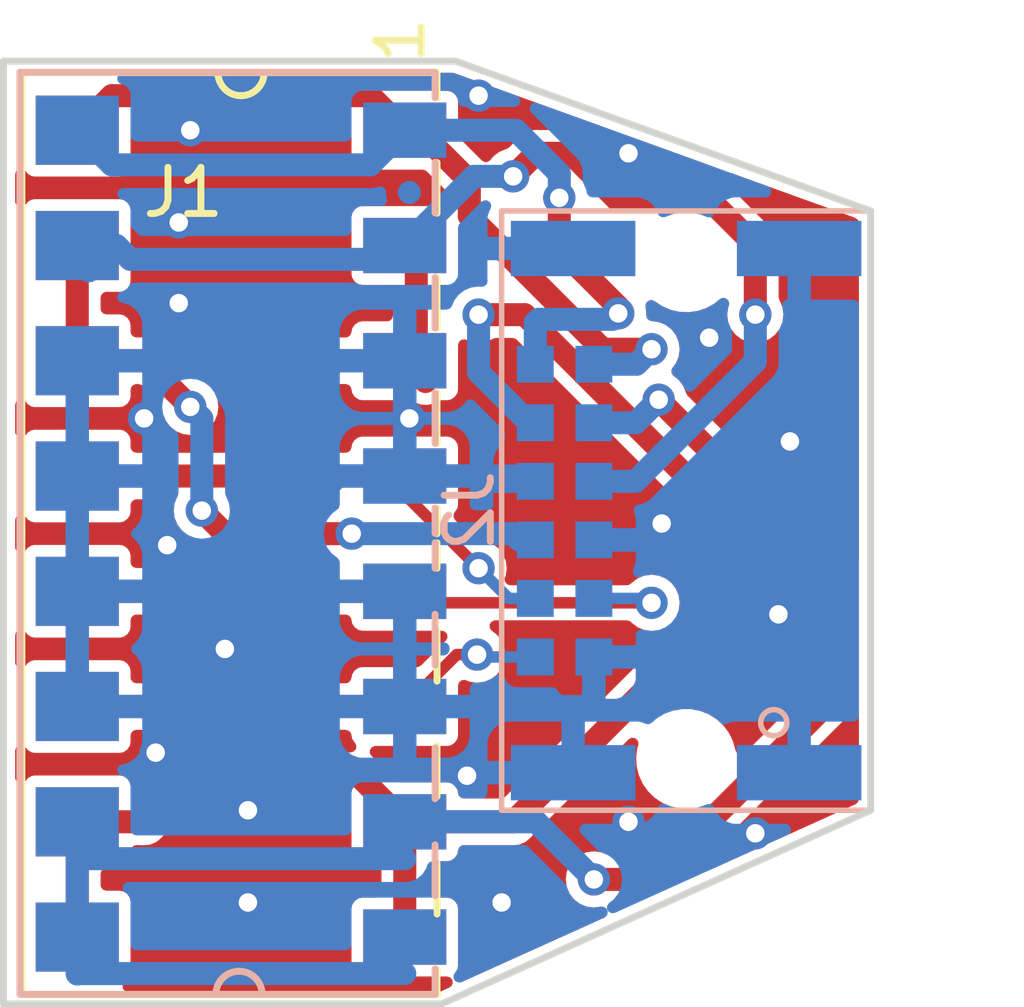
<source format=kicad_pcb>
(kicad_pcb (version 20211014) (generator pcbnew)
  (layers (0 "F.Cu" signal) (31 "B.Cu" signal) (34 "B.Paste" user) (35 "F.Paste" user) (36 "B.SilkS" user "B.Silkscreen") (37 "F.SilkS" user "F.Silkscreen") (38 "B.Mask" user) (39 "F.Mask" user) (44 "Edge.Cuts" user))
  (net 0 "")
  (net 1 "/KNX")
  (net 2 "/KNXGND")
  (net 3 "/12V")
  (net 4 "/GND")
  (net 5 "/GNDPWR")
  (net 6 "/24V")
  (net 7 "/Bus2")
  (net 8 "/Bus1")
  (net 9 "/Bus3")
  (net 10 "/5V")
  (footprint "localstuff:Moat_16_2side" (layer "F.Cu") (at 24.4 52 -90)
    (fp_text reference "J1" (at -7.7 1.3) (layer "F.SilkS"))
    (fp_text value "Moat_Bus_16")
    (fp_text user "1" (at -11 -3.4 90) (layer "F.SilkS"))
    (fp_line (start -3.357933 -4.156824) (end -2.257933 -4.156824) (layer "B.SilkS") (width 0.15))
    (fp_line (start -10.307933 -4.156824) (end -9.757933 -4.156824) (layer "B.SilkS") (width 0.15))
    (fp_line (start 1.45 -4.156824) (end 2.55 -4.156824) (layer "B.SilkS") (width 0.15))
    (fp_line (start -0.307933 4.843176) (end -10.307933 4.843176) (layer "B.SilkS") (width 0.15))
    (fp_line (start 9.692067 -4.156824) (end 9.692067 4.843176) (layer "B.SilkS") (width 0.15))
    (fp_line (start -0.307933 -4.156824) (end -0.857933 -4.156824) (layer "B.SilkS") (width 0.15))
    (fp_line (start -5.857933 -4.156824) (end -4.757933 -4.156824) (layer "B.SilkS") (width 0.15))
    (fp_line (start 6.45 -4.156824) (end 7.55 -4.156824) (layer "B.SilkS") (width 0.15))
    (fp_line (start 9.692067 -4.156824) (end 9.142067 -4.156824) (layer "B.SilkS") (width 0.15))
    (fp_line (start -10.307933 4.843176) (end -10.307933 -4.156824) (layer "B.SilkS") (width 0.15))
    (fp_line (start -8.357933 -4.156824) (end -7.257933 -4.156824) (layer "B.SilkS") (width 0.15))
    (fp_line (start -0.1 -4.156824) (end 0.45 -4.156824) (layer "B.SilkS") (width 0.15))
    (fp_line (start 9.692067 4.843176) (end -0.307933 4.843176) (layer "B.SilkS") (width 0.15))
    (fp_line (start 4.35 -4.156824) (end 5.45 -4.156824) (layer "B.SilkS") (width 0.15))
    (fp_arc (start 9.692067 0.593176) (mid 9.338514 0.446729) (end 9.192067 0.093176) (layer "B.SilkS") (width 0.15))
    (fp_arc (start 9.192067 0.093176) (mid 9.338514 -0.260377) (end 9.692067 -0.406824) (layer "B.SilkS") (width 0.15))
    (fp_line (start -0.3 4.8) (end 9.7 4.8) (layer "F.SilkS") (width 0.15))
    (fp_line (start -4.75 -4.2) (end -5.85 -4.2) (layer "F.SilkS") (width 0.15))
    (fp_line (start -7.25 -4.2) (end -8.35 -4.2) (layer "F.SilkS") (width 0.15))
    (fp_line (start 9.7 4.8) (end 9.7 -4.2) (layer "F.SilkS") (width 0.15))
    (fp_line (start 2.9 -4.2) (end 1.8 -4.2) (layer "F.SilkS") (width 0.15))
    (fp_line (start 7.95 -4.2) (end 6.85 -4.2) (layer "F.SilkS") (width 0.15))
    (fp_line (start 5.4 -4.2) (end 4.3 -4.2) (layer "F.SilkS") (width 0.15))
    (fp_line (start -0.3 -4.2) (end -0.85 -4.2) (layer "F.SilkS") (width 0.15))
    (fp_line (start -0.1 -4.2) (end 0.45 -4.2) (layer "F.SilkS") (width 0.15))
    (fp_line (start -2.25 -4.2) (end -3.35 -4.2) (layer "F.SilkS") (width 0.15))
    (fp_line (start -10.3 -4.2) (end -9.75 -4.2) (layer "F.SilkS") (width 0.15))
    (fp_line (start 9.7 -4.2) (end 9.15 -4.2) (layer "F.SilkS") (width 0.15))
    (fp_line (start -10.3 4.8) (end -0.3 4.8) (layer "F.SilkS") (width 0.15))
    (fp_line (start -10.3 -4.2) (end -10.3 4.8) (layer "F.SilkS") (width 0.15))
    (fp_arc (start -9.8 0.05) (mid -9.946447 0.403553) (end -10.3 0.55) (layer "F.SilkS") (width 0.15))
    (fp_arc (start -10.3 -0.45) (mid -9.946447 -0.303553) (end -9.8 0.05) (layer "F.SilkS") (width 0.15))
    (pad "1" smd rect (at -9.05 3.6 270) (size 1.5 1.8) (layers "F.Cu" "F.Paste" "F.Mask") (net 1 "/KNX"))
    (pad "1" smd rect (at -9.05 -3.5 270) (size 1.2 1.8) (layers "F.Cu" "F.Paste" "F.Mask") (net 1 "/KNX"))
    (pad "2" smd rect (at -9.05 3.6 90) (size 1.5 1.8) (layers "B.Cu" "B.Paste" "B.Mask") (net 2 "/KNXGND"))
    (pad "2" smd rect (at -9.05 -3.5 90) (size 1.2 1.8) (layers "B.Cu" "B.Paste" "B.Mask") (net 2 "/KNXGND"))
    (pad "3" smd rect (at -6.55 -3.5 270) (size 1.2 1.8) (layers "F.Cu" "F.Paste" "F.Mask") (net 10 "/5V"))
    (pad "3" smd rect (at -6.55 3.6 270) (size 1.5 1.8) (layers "F.Cu" "F.Paste" "F.Mask") (net 10 "/5V"))
    (pad "4" smd rect (at -6.55 3.6 90) (size 1.5 1.8) (layers "B.Cu" "B.Paste" "B.Mask") (net 3 "/12V"))
    (pad "4" smd rect (at -6.55 -3.5 90) (size 1.2 1.8) (layers "B.Cu" "B.Paste" "B.Mask") (net 3 "/12V"))
    (pad "5" smd rect (at -4.05 -3.5 270) (size 1.2 1.8) (layers "F.Cu" "F.Paste" "F.Mask") (net 10 "/5V"))
    (pad "5" smd rect (at -4.05 3.6 270) (size 1.5 1.8) (layers "F.Cu" "F.Paste" "F.Mask") (net 10 "/5V"))
    (pad "6" smd rect (at -4.05 -3.5 90) (size 1.2 1.8) (layers "B.Cu" "B.Paste" "B.Mask") (net 4 "/GND"))
    (pad "6" smd rect (at -4.05 3.6 90) (size 1.5 1.8) (layers "B.Cu" "B.Paste" "B.Mask") (net 4 "/GND"))
    (pad "7" smd rect (at -1.55 3.6 270) (size 1.5 1.8) (layers "F.Cu" "F.Paste" "F.Mask") (net 9 "/Bus3"))
    (pad "7" smd rect (at -1.55 -3.5 270) (size 1.2 1.8) (layers "F.Cu" "F.Paste" "F.Mask") (net 9 "/Bus3"))
    (pad "8" smd rect (at -1.55 -3.5 90) (size 1.2 1.8) (layers "B.Cu" "B.Paste" "B.Mask") (net 4 "/GND"))
    (pad "8" smd rect (at -1.55 3.6 90) (size 1.5 1.8) (layers "B.Cu" "B.Paste" "B.Mask") (net 4 "/GND"))
    (pad "9" smd rect (at 0.95 3.6 270) (size 1.5 1.8) (layers "F.Cu" "F.Paste" "F.Mask") (net 7 "/Bus2"))
    (pad "9" smd rect (at 0.95 -3.5 270) (size 1.2 1.8) (layers "F.Cu" "F.Paste" "F.Mask") (net 7 "/Bus2"))
    (pad "10" smd rect (at 0.95 3.6 90) (size 1.5 1.8) (layers "B.Cu" "B.Paste" "B.Mask") (net 4 "/GND"))
    (pad "10" smd rect (at 0.95 -3.5 90) (size 1.2 1.8) (layers "B.Cu" "B.Paste" "B.Mask") (net 4 "/GND"))
    (pad "11" smd rect (at 3.45 3.6 270) (size 1.5 1.8) (layers "F.Cu" "F.Paste" "F.Mask") (net 8 "/Bus1"))
    (pad "11" smd rect (at 3.45 -3.5 270) (size 1.2 1.8) (layers "F.Cu" "F.Paste" "F.Mask") (net 8 "/Bus1"))
    (pad "12" smd rect (at 3.45 3.6 90) (size 1.5 1.8) (layers "B.Cu" "B.Paste" "B.Mask") (net 4 "/GND"))
    (pad "12" smd rect (at 3.45 -3.5 90) (size 1.2 1.8) (layers "B.Cu" "B.Paste" "B.Mask") (net 4 "/GND"))
    (pad "13" smd rect (at 5.95 3.6 270) (size 1.5 1.8) (layers "F.Cu" "F.Paste" "F.Mask") (net 6 "/24V"))
    (pad "13" smd rect (at 5.95 -3.5 270) (size 1.2 1.8) (layers "F.Cu" "F.Paste" "F.Mask") (net 6 "/24V"))
    (pad "14" smd rect (at 5.95 -3.5 90) (size 1.2 1.8) (layers "B.Cu" "B.Paste" "B.Mask") (net 5 "/GNDPWR"))
    (pad "14" smd rect (at 5.95 3.6 90) (size 1.5 1.8) (layers "B.Cu" "B.Paste" "B.Mask") (net 5 "/GNDPWR"))
    (pad "15" smd rect (at 8.45 3.6 270) (size 1.5 1.8) (layers "F.Cu" "F.Paste" "F.Mask") (net 6 "/24V"))
    (pad "15" smd rect (at 8.45 -3.5 270) (size 1.2 1.8) (layers "F.Cu" "F.Paste" "F.Mask") (net 6 "/24V"))
    (pad "16" smd rect (at 8.45 3.6 90) (size 1.5 1.8) (layers "B.Cu" "B.Paste" "B.Mask") (net 5 "/GNDPWR"))
    (pad "16" smd rect (at 8.45 -3.5 90) (size 1.2 1.8) (layers "B.Cu" "B.Paste" "B.Mask") (net 5 "/GNDPWR"))
  )
  (footprint "localstuff:MoaT_12_Pin_H" (layer "B.Cu") (at 34 51.2 -90)
    (fp_text reference "J2" (at 0 4.7 90) (layer "B.SilkS") (effects (justify mirror)))
    (fp_text value "Moat_Wire_12")
    (fp_line (start -6.5 4) (end 6.5 4) (layer "B.SilkS") (width 0.12))
    (fp_line (start 6.5 -4) (end 6.5 4) (layer "B.SilkS") (width 0.12))
    (fp_line (start 6.5 -4) (end -6.5 -4) (layer "B.SilkS") (width 0.12))
    (fp_line (start -6.5 -4) (end -6.5 4) (layer "B.SilkS") (width 0.12))
    (fp_circle (center 4.6 -1.9) (end 4.4 -2.1) (layer "B.SilkS") (width 0.12) (fill none))
    (pad "" smd rect (at 5.685 -2.45) (size 2.7 1.2) (layers "B.Cu" "B.Paste" "B.Mask"))
    (pad "" smd rect (at 5.685 2.45) (size 2.7 1.2) (layers "B.Cu" "B.Paste" "B.Mask"))
    (pad "" smd rect (at -5.685 2.45 180) (size 2.7 1.2) (layers "B.Cu" "B.Paste" "B.Mask"))
    (pad "" smd rect (at -5.685 -2.45 180) (size 2.7 1.2) (layers "B.Cu" "B.Paste" "B.Mask"))
    (pad "" np_thru_hole circle (at 5.385 0) (size 1.65 1.65) (drill 1.65) (layers F&B.Cu))
    (pad "" np_thru_hole circle (at -5.385 0 180) (size 1.65 1.65) (drill 1.65) (layers F&B.Cu))
    (pad "1" smd rect locked (at 3.175 2) (size 0.8 0.8) (layers "B.Cu" "B.Paste" "B.Mask") (net 4 "/GND"))
    (pad "2" smd rect locked (at 3.175 3.27) (size 0.8 0.8) (layers "B.Cu" "B.Paste" "B.Mask") (net 8 "/Bus1"))
    (pad "3" smd rect locked (at 1.905 2) (size 0.8 0.8) (layers "B.Cu" "B.Paste" "B.Mask") (net 7 "/Bus2"))
    (pad "4" smd rect locked (at 1.905 3.27) (size 0.8 0.8) (layers "B.Cu" "B.Paste" "B.Mask") (net 9 "/Bus3"))
    (pad "5" smd rect locked (at 0.635 2) (size 0.8 0.8) (layers "B.Cu" "B.Paste" "B.Mask") (net 4 "/GND"))
    (pad "6" smd rect locked (at 0.635 3.27) (size 0.8 0.8) (layers "B.Cu" "B.Paste" "B.Mask") (net 10 "/5V"))
    (pad "7" smd rect locked (at -0.635 2) (size 0.8 0.8) (layers "B.Cu" "B.Paste" "B.Mask") (net 3 "/12V"))
    (pad "8" smd rect locked (at -0.635 3.27) (size 0.8 0.8) (layers "B.Cu" "B.Paste" "B.Mask") (net 4 "/GND"))
    (pad "9" smd rect locked (at -1.905 2) (size 0.8 0.8) (layers "B.Cu" "B.Paste" "B.Mask") (net 5 "/GNDPWR"))
    (pad "10" smd rect locked (at -1.905 3.27) (size 0.8 0.8) (layers "B.Cu" "B.Paste" "B.Mask") (net 6 "/24V"))
    (pad "11" smd rect locked (at -3.175 2) (size 0.8 0.8) (layers "B.Cu" "B.Paste" "B.Mask") (net 1 "/KNX"))
    (pad "12" smd rect locked (at -3.175 3.27) (size 0.8 0.8) (layers "B.Cu" "B.Paste" "B.Mask") (net 2 "/KNXGND"))
  )
  (gr_line (start 28.7 61.9) (end 19.2 61.9) (layer "Edge.Cuts") (width 0.15))
  (gr_line (start 38 57.7) (end 28.7 61.9) (layer "Edge.Cuts") (width 0.15))
  (gr_line (start 29 41.45) (end 38 44.7) (layer "Edge.Cuts") (width 0.15))
  (gr_line (start 19.2 41.45) (end 29 41.45) (layer "Edge.Cuts") (width 0.15))
  (gr_line (start 38 44.7) (end 38 57.7) (layer "Edge.Cuts") (width 0.15))
  (gr_line (start 19.2 61.9) (end 19.2 41.45) (layer "Edge.Cuts") (width 0.15))
  (segment (start 28.000001 44.300001) (end 28 44.3) (width 0.5) (layer "B.Cu") (net 0))
  (segment (start 20.8 42.95) (end 21.55 42.2) (width 0.5) (layer "F.Cu") (net 1))
  (segment (start 27.9 42.95) (end 28.2 42.95) (width 0.5) (layer "F.Cu") (net 1))
  (segment (start 29.3 44.809956) (end 32.190044 47.7) (width 0.5) (layer "F.Cu") (net 1))
  (segment (start 29.3 44.05) (end 29.3 44.809956) (width 0.5) (layer "F.Cu") (net 1))
  (segment (start 20.65 42.95) (end 20.95 42.95) (width 0.25) (layer "F.Cu") (net 1))
  (segment (start 32.190044 47.7) (end 33.25 47.7) (width 0.5) (layer "F.Cu") (net 1))
  (segment (start 27.9 42.95) (end 27.9 43.3) (width 0.5) (layer "F.Cu") (net 1))
  (segment (start 27.15 42.2) (end 27.9 42.95) (width 0.5) (layer "F.Cu") (net 1))
  (segment (start 21.55 42.2) (end 27.15 42.2) (width 0.5) (layer "F.Cu") (net 1))
  (segment (start 28.2 42.95) (end 29.3 44.05) (width 0.5) (layer "F.Cu") (net 1))
  (via (at 33.25 47.7) (size 0.7) (drill 0.4) (layers "F.Cu" "B.Cu") (net 1))
  (segment (start 32.925 48.025) (end 33.25 47.7) (width 0.5) (layer "B.Cu") (net 1))
  (segment (start 32 48.025) (end 32.925 48.025) (width 0.5) (layer "B.Cu") (net 1))
  (segment (start 31.25 44.415498) (end 31.25 45.503844) (width 0.5) (layer "F.Cu") (net 2))
  (segment (start 32.527375 46.781219) (end 32.527375 46.922625) (width 0.5) (layer "F.Cu") (net 2))
  (segment (start 31.25 45.503844) (end 32.527375 46.781219) (width 0.5) (layer "F.Cu") (net 2))
  (via (at 32.527375 46.922625) (size 0.7) (drill 0.4) (layers "F.Cu" "B.Cu") (net 2))
  (via (at 31.25 44.415498) (size 0.7) (drill 0.4) (layers "F.Cu" "B.Cu") (net 2))
  (segment (start 30.73 48.025) (end 30.73 47.125) (width 0.5) (layer "B.Cu") (net 2))
  (segment (start 30.804511 47.050489) (end 32.399511 47.050489) (width 0.5) (layer "B.Cu") (net 2))
  (segment (start 32.399511 47.050489) (end 32.527375 46.922625) (width 0.5) (layer "B.Cu") (net 2))
  (segment (start 30.73 47.125) (end 30.804511 47.050489) (width 0.5) (layer "B.Cu") (net 2))
  (segment (start 30.309956 42.95) (end 31.25 43.890044) (width 0.5) (layer "B.Cu") (net 2))
  (segment (start 27.9 42.95) (end 27.15 43.7) (width 0.5) (layer "B.Cu") (net 2))
  (segment (start 31.25 43.890044) (end 31.25 44.415498) (width 0.5) (layer "B.Cu") (net 2))
  (segment (start 21.55 43.7) (end 20.8 42.95) (width 0.5) (layer "B.Cu") (net 2))
  (segment (start 27.15 43.7) (end 21.55 43.7) (width 0.5) (layer "B.Cu") (net 2))
  (segment (start 27.9 42.95) (end 30.309956 42.95) (width 0.5) (layer "B.Cu") (net 2))
  (segment (start 30.25 43.95) (end 30.75 43.45) (width 0.5) (layer "F.Cu") (net 3))
  (segment (start 31.5 43.45) (end 32.5 44.45) (width 0.5) (layer "F.Cu") (net 3))
  (segment (start 30.75 43.45) (end 31.5 43.45) (width 0.5) (layer "F.Cu") (net 3))
  (segment (start 35.5 45.45) (end 35.5 46.95) (width 0.5) (layer "F.Cu") (net 3))
  (segment (start 32.5 44.45) (end 34.5 44.45) (width 0.5) (layer "F.Cu") (net 3))
  (segment (start 34.5 44.45) (end 35.5 45.45) (width 0.5) (layer "F.Cu") (net 3))
  (via (at 30.25 43.95) (size 0.7) (drill 0.4) (layers "F.Cu" "B.Cu") (net 3))
  (via (at 35.5 46.95) (size 0.7) (drill 0.4) (layers "F.Cu" "B.Cu") (net 3))
  (segment (start 21.65 45.45) (end 21.950001 45.750001) (width 0.5) (layer "B.Cu") (net 3))
  (segment (start 30.25 43.95) (end 29.4 43.95) (width 0.5) (layer "B.Cu") (net 3))
  (segment (start 20.65 45.45) (end 21.65 45.45) (width 0.5) (layer "B.Cu") (net 3))
  (segment (start 35.5 47.965) (end 35.5 46.95) (width 0.5) (layer "B.Cu") (net 3))
  (segment (start 32 50.565) (end 32.9 50.565) (width 0.5) (layer "B.Cu") (net 3))
  (segment (start 27.849999 45.750001) (end 28.15 45.45) (width 0.5) (layer "B.Cu") (net 3))
  (segment (start 21.950001 45.750001) (end 27.849999 45.750001) (width 0.5) (layer "B.Cu") (net 3))
  (segment (start 20.8 45.75) (end 21.050002 46.000002) (width 0.5) (layer "B.Cu") (net 3))
  (segment (start 32.9 50.565) (end 35.5 47.965) (width 0.5) (layer "B.Cu") (net 3))
  (segment (start 29.4 43.95) (end 27.9 45.45) (width 0.5) (layer "B.Cu") (net 3))
  (segment (start 33.470023 51.479977) (end 31.190046 49.2) (width 0.5) (layer "F.Cu") (net 4))
  (segment (start 31.190046 49.2) (end 28 49.2) (width 0.5) (layer "F.Cu") (net 4))
  (via (at 24 54.2) (size 0.7) (drill 0.4) (layers "F.Cu" "B.Cu") (net 4))
  (via (at 23 46.7) (size 0.7) (drill 0.4) (layers "F.Cu" "B.Cu") (net 4))
  (via (at 36.25 49.7) (size 0.7) (drill 0.4) (layers "F.Cu" "B.Cu") (net 4))
  (via (at 28 49.2) (size 0.7) (drill 0.4) (layers "F.Cu" "B.Cu") (net 4))
  (via (at 23.25 42.95) (size 0.7) (drill 0.4) (layers "F.Cu" "B.Cu") (net 4))
  (via (at 23 44.95) (size 0.7) (drill 0.4) (layers "F.Cu" "B.Cu") (net 4))
  (via (at 22.5 56.45) (size 0.7) (drill 0.4) (layers "F.Cu" "B.Cu") (net 4))
  (via (at 32.75 57.95) (size 0.7) (drill 0.4) (layers "F.Cu" "B.Cu") (net 4))
  (via (at 24.5 57.7) (size 0.7) (drill 0.4) (layers "F.Cu" "B.Cu") (net 4))
  (via (at 22.75 51.95) (size 0.7) (drill 0.4) (layers "F.Cu" "B.Cu") (net 4))
  (via (at 29.25 56.95) (size 0.7) (drill 0.4) (layers "F.Cu" "B.Cu") (net 4))
  (via (at 33.470023 51.479977) (size 0.7) (drill 0.4) (layers "F.Cu" "B.Cu") (net 4))
  (via (at 22.25 49.2) (size 0.7) (drill 0.4) (layers "F.Cu" "B.Cu") (net 4))
  (via (at 24.5 59.7) (size 0.7) (drill 0.4) (layers "F.Cu" "B.Cu") (net 4))
  (via (at 35.5 58.2) (size 0.7) (drill 0.4) (layers "F.Cu" "B.Cu") (net 4))
  (via (at 29.5 42.2) (size 0.7) (drill 0.4) (layers "F.Cu" "B.Cu") (net 4))
  (via (at 32.75 43.45) (size 0.7) (drill 0.4) (layers "F.Cu" "B.Cu") (net 4))
  (via (at 34.5 47.45) (size 0.7) (drill 0.4) (layers "F.Cu" "B.Cu") (net 4))
  (via (at 30 59.7) (size 0.7) (drill 0.4) (layers "F.Cu" "B.Cu") (net 4))
  (via (at 36 53.45) (size 0.7) (drill 0.4) (layers "F.Cu" "B.Cu") (net 4))
  (segment (start 31.825 55.45) (end 27.9 55.45) (width 0.5) (layer "B.Cu") (net 4))
  (segment (start 27.85 50.8) (end 27.9 50.75) (width 0.5) (layer "B.Cu") (net 4))
  (segment (start 27.9 53.25) (end 27.85 53.2) (width 0.5) (layer "B.Cu") (net 4))
  (segment (start 27.9 49.3) (end 28 49.2) (width 0.5) (layer "B.Cu") (net 4))
  (segment (start 27.9 50.75) (end 27.9 49.3) (width 0.5) (layer "B.Cu") (net 4))
  (segment (start 20.8 52.95) (end 20.8 55.45) (width 0.5) (layer "B.Cu") (net 4))
  (segment (start 25.2 51.75) (end 24 52.95) (width 0.5) (layer "B.Cu") (net 4))
  (segment (start 30.615 50.45) (end 27.9 50.45) (width 0.5) (layer "B.Cu") (net 4))
  (segment (start 20.8 50.45) (end 20.8 52.95) (width 0.5) (layer "B.Cu") (net 4))
  (segment (start 27.9 52.95) (end 24 52.95) (width 0.5) (layer "B.Cu") (net 4))
  (segment (start 32 54.375) (end 32 55.275) (width 0.5) (layer "B.Cu") (net 4))
  (segment (start 27.9 49.3) (end 27.9 48.25) (width 0.5) (layer "B.Cu") (net 4))
  (segment (start 30.73 50.565) (end 30.615 50.45) (width 0.5) (layer "B.Cu") (net 4))
  (segment (start 27.9 50.45) (end 26.45 50.45) (width 0.5) (layer "B.Cu") (net 4))
  (segment (start 27.9 52.95) (end 27.9 55.45) (width 0.5) (layer "B.Cu") (net 4))
  (segment (start 25.2 51.7) (end 25.2 51.75) (width 0.5) (layer "B.Cu") (net 4))
  (segment (start 32 51.835) (end 33.115 51.835) (width 0.5) (layer "B.Cu") (net 4))
  (segment (start 32 55.275) (end 31.825 55.45) (width 0.5) (layer "B.Cu") (net 4))
  (segment (start 24 52.95) (end 20.8 52.95) (width 0.5) (layer "B.Cu") (net 4))
  (segment (start 20.8 47.95) (end 20.8 50.45) (width 0.5) (layer "B.Cu") (net 4))
  (segment (start 26.45 50.45) (end 25.2 51.7) (width 0.5) (layer "B.Cu") (net 4))
  (segment (start 33.115 51.835) (end 33.470023 51.479977) (width 0.5) (layer "B.Cu") (net 4))
  (segment (start 37 55.45) (end 37 52.390046) (width 0.5) (layer "F.Cu") (net 5))
  (segment (start 33.25 59.2) (end 37 55.45) (width 0.5) (layer "F.Cu") (net 5))
  (segment (start 32 59.2) (end 33.25 59.2) (width 0.5) (layer "F.Cu") (net 5))
  (segment (start 37 52.390046) (end 33.404977 48.795023) (width 0.5) (layer "F.Cu") (net 5))
  (via (at 32 59.2) (size 0.7) (drill 0.4) (layers "F.Cu" "B.Cu") (net 5))
  (via (at 33.404977 48.795023) (size 0.7) (drill 0.4) (layers "F.Cu" "B.Cu") (net 5))
  (segment (start 20.807933 61.242067) (end 20.8 61.25) (width 0.5) (layer "B.Cu") (net 5))
  (segment (start 27.9 61.242067) (end 20.807933 61.242067) (width 0.5) (layer "B.Cu") (net 5))
  (segment (start 20.8 58.75) (end 20.8 61.25) (width 0.5) (layer "B.Cu") (net 5))
  (segment (start 20.8 58.75) (end 27.9 58.75) (width 0.5) (layer "B.Cu") (net 5))
  (segment (start 32.905 49.295) (end 33.404977 48.795023) (width 0.5) (layer "B.Cu") (net 5))
  (segment (start 27.9 57.95) (end 30.75 57.95) (width 0.5) (layer "B.Cu") (net 5))
  (segment (start 30.75 57.95) (end 32 59.2) (width 0.5) (layer "B.Cu") (net 5))
  (segment (start 32 49.295) (end 32.905 49.295) (width 0.5) (layer "B.Cu") (net 5))
  (segment (start 27.9 58.25) (end 28.55 58.25) (width 0.5) (layer "F.Cu") (net 6))
  (segment (start 34.75 53.45) (end 30.25 57.95) (width 0.5) (layer "F.Cu") (net 6))
  (segment (start 34.75 51.2) (end 34.75 53.45) (width 0.5) (layer "F.Cu") (net 6))
  (segment (start 22.25 57.95) (end 20.8 57.95) (width 0.5) (layer "F.Cu") (net 6))
  (segment (start 20.8 57.95) (end 20.8 60.45) (width 0.5) (layer "F.Cu") (net 6))
  (segment (start 29.5 46.95) (end 30.5 46.95) (width 0.5) (layer "F.Cu") (net 6))
  (segment (start 26.9 56.95) (end 23.25 56.95) (width 0.5) (layer "F.Cu") (net 6))
  (segment (start 23.25 56.95) (end 22.25 57.95) (width 0.5) (layer "F.Cu") (net 6))
  (segment (start 30.5 46.95) (end 34.75 51.2) (width 0.5) (layer "F.Cu") (net 6))
  (segment (start 27.9 57.95) (end 27.9 60.45) (width 0.5) (layer "F.Cu") (net 6))
  (segment (start 30.25 57.95) (end 27.9 57.95) (width 0.5) (layer "F.Cu") (net 6))
  (segment (start 27.9 57.95) (end 26.9 56.95) (width 0.5) (layer "F.Cu") (net 6))
  (via (at 29.5 46.95) (size 0.7) (drill 0.4) (layers "F.Cu" "B.Cu") (net 6))
  (segment (start 30.73 49.295) (end 30.595 49.295) (width 0.5) (layer "B.Cu") (net 6))
  (segment (start 29.5 48.2) (end 29.5 46.95) (width 0.5) (layer "B.Cu") (net 6))
  (segment (start 30.595 49.295) (end 29.5 48.2) (width 0.5) (layer "B.Cu") (net 6))
  (segment (start 33.25 53.2) (end 28.15 53.2) (width 0.25) (layer "F.Cu") (net 7))
  (segment (start 28.15 53.2) (end 27.9 52.95) (width 0.25) (layer "F.Cu") (net 7))
  (segment (start 20.8 52.95) (end 22.2 52.95) (width 0.5) (layer "F.Cu") (net 7))
  (segment (start 22.2 52.95) (end 27.9 52.95) (width 0.5) (layer "F.Cu") (net 7))
  (via (at 33.25 53.2) (size 0.7) (drill 0.4) (layers "F.Cu" "B.Cu") (net 7))
  (segment (start 32 53.105) (end 33.155 53.105) (width 0.25) (layer "B.Cu") (net 7))
  (segment (start 33.155 53.105) (end 33.25 53.2) (width 0.25) (layer "B.Cu") (net 7))
  (segment (start 20.8 55.45) (end 22.2 55.45) (width 0.5) (layer "F.Cu") (net 8))
  (segment (start 29.026356 54.323644) (end 29.467303 54.323644) (width 0.25) (layer "F.Cu") (net 8))
  (segment (start 27.9 55.45) (end 29.026356 54.323644) (width 0.25) (layer "F.Cu") (net 8))
  (segment (start 22.2 55.45) (end 27.9 55.45) (width 0.5) (layer "F.Cu") (net 8))
  (via (at 29.467303 54.323644) (size 0.7) (drill 0.4) (layers "F.Cu" "B.Cu") (net 8))
  (segment (start 29.518659 54.375) (end 29.467303 54.323644) (width 0.25) (layer "B.Cu") (net 8))
  (segment (start 30.73 54.375) (end 29.518659 54.375) (width 0.25) (layer "B.Cu") (net 8))
  (segment (start 20.8 50.45) (end 27.9 50.45) (width 0.5) (layer "F.Cu") (net 9))
  (segment (start 27.9 50.8495) (end 29.5 52.4495) (width 0.25) (layer "F.Cu") (net 9))
  (segment (start 27.9 50.45) (end 27.85 50.45) (width 0.5) (layer "F.Cu") (net 9))
  (segment (start 28.2 50.75) (end 27.9 50.75) (width 0.25) (layer "F.Cu") (net 9))
  (segment (start 27.9 50.45) (end 27.9 50.8495) (width 0.25) (layer "F.Cu") (net 9))
  (via (at 29.5 52.4495) (size 0.7) (drill 0.4) (layers "F.Cu" "B.Cu") (net 9))
  (segment (start 30.73 53.105) (end 30.1555 53.105) (width 0.25) (layer "B.Cu") (net 9))
  (segment (start 30.1555 53.105) (end 29.5 52.4495) (width 0.25) (layer "B.Cu") (net 9))
  (segment (start 28.15 47.95) (end 28.15 45.45) (width 0.5) (layer "F.Cu") (net 10))
  (segment (start 28.15 47.95) (end 22.75 47.95) (width 0.5) (layer "F.Cu") (net 10))
  (segment (start 20.8 45.75) (end 20.8 48.25) (width 0.5) (layer "F.Cu") (net 10))
  (segment (start 28.35 48.4) (end 27.9 47.95) (width 0.5) (layer "F.Cu") (net 10))
  (segment (start 26.75 51.7) (end 24 51.7) (width 0.5) (layer "F.Cu") (net 10))
  (segment (start 22.75 47.95) (end 20.65 47.95) (width 0.5) (layer "F.Cu") (net 10))
  (segment (start 22.75 48.45) (end 23.25 48.95) (width 0.5) (layer "F.Cu") (net 10))
  (segment (start 24 51.7) (end 23.5 51.2) (width 0.5) (layer "F.Cu") (net 10))
  (segment (start 22.75 47.95) (end 22.75 48.45) (width 0.5) (layer "F.Cu") (net 10))
  (via (at 23.5 51.2) (size 0.7) (drill 0.4) (layers "F.Cu" "B.Cu") (net 10))
  (via (at 23.25 48.95) (size 0.7) (drill 0.4) (layers "F.Cu" "B.Cu") (net 10))
  (via (at 26.75 51.7) (size 0.7) (drill 0.4) (layers "F.Cu" "B.Cu") (net 10))
  (segment (start 30.385 51.835) (end 30.25 51.7) (width 0.5) (layer "B.Cu") (net 10))
  (segment (start 30.25 51.7) (end 26.75 51.7) (width 0.5) (layer "B.Cu") (net 10))
  (segment (start 23.5 51.2) (end 23.5 49.2) (width 0.5) (layer "B.Cu") (net 10))
  (segment (start 23.5 49.2) (end 23.25 48.95) (width 0.5) (layer "B.Cu") (net 10))
  (segment (start 30.73 51.835) (end 30.385 51.835) (width 0.5) (layer "B.Cu") (net 10))
  (zone (net 4) (net_name "/GND") (layers F&B.Cu) (connect_pads (clearance 0.254)) (min_thickness 0.254) (fill yes (thermal_gap 0.508) (thermal_bridge_width 0.508))
    (polygon (pts (xy 37.75 44.7) (xy 37.75 57.7) (xy 28.75 61.7) (xy 19.25 61.7) (xy 19.25 41.45) (xy 29 41.45)))
  )
)
</source>
